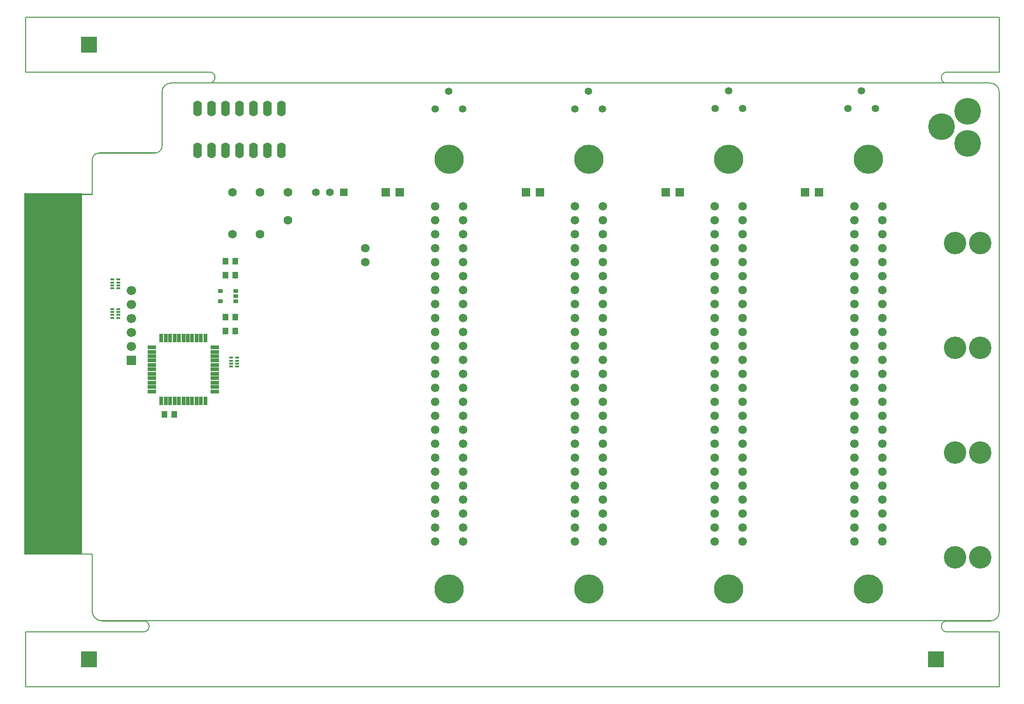
<source format=gbr>
G04 DesignSpark PCB PRO Gerber Version 10.0 Build 5299*
G04 #@! TF.Part,CustomerPanel*
G04 #@! TF.FileFunction,Soldermask,Top*
G04 #@! TF.FilePolarity,Negative*
%FSLAX35Y35*%
%MOIN*%
G04 #@! TA.AperFunction,ComponentPad*
%ADD164O,0.06200X0.11200*%
G04 #@! TA.AperFunction,SMDPad,CuDef*
%ADD155R,0.02562X0.06007*%
%ADD89R,0.04140X0.04530*%
G04 #@! TA.AperFunction,WasherPad*
%ADD146R,0.39371X2.57639*%
G04 #@! TA.AperFunction,TestPad*
%ADD148R,0.41339X2.58583*%
G04 #@! TA.AperFunction,ComponentPad*
%ADD168R,0.05515X0.05515*%
%ADD161R,0.06200X0.06200*%
%ADD135R,0.06696X0.06696*%
G04 #@! TA.AperFunction,WasherPad*
%ADD144R,0.11812X0.11812*%
G04 #@! TD.AperFunction*
%ADD17C,0.00500*%
G04 #@! TA.AperFunction,WasherPad*
%ADD85C,0.03938*%
G04 #@! TA.AperFunction,ComponentPad*
%ADD162C,0.05318*%
%ADD169C,0.05515*%
%ADD96C,0.06106*%
%ADD167C,0.06200*%
%ADD166C,0.06302*%
%ADD136C,0.06696*%
G04 #@! TA.AperFunction,SMDPad,CuDef*
%ADD160R,0.02562X0.01381*%
%ADD158R,0.02562X0.01775*%
%ADD139R,0.03743X0.02562*%
%ADD154R,0.06007X0.02562*%
%ADD152R,0.29728X0.06893*%
%ADD150R,0.35633X0.06893*%
G04 #@! TA.AperFunction,ComponentPad*
%ADD170C,0.16086*%
%ADD165C,0.19098*%
%ADD153C,0.20869*%
G04 #@! TD.AperFunction*
X0Y0D02*
D02*
D17*
X70241Y347533D02*
G75*
G02*
X75520Y352813I5280J0D01*
G01*
X117878D01*
Y377498D01*
G75*
G02*
X122878Y382498I5000J0D01*
G01*
X162878D01*
G75*
G03*
X167878Y387498I0J5000D01*
G01*
Y426248D01*
G75*
G02*
X174128Y432498I6250J0D01*
G01*
X760654D01*
G75*
G02*
X766904Y426248I0J-6250D01*
G01*
Y53748D01*
G75*
G02*
X760654Y47498I-6250J0D01*
G01*
X125146D01*
G75*
G02*
X117878Y54766I0J7268D01*
G01*
Y95175D01*
X75738D01*
G75*
G02*
X70241Y100672I0J5497D01*
G01*
Y347533D01*
D02*
D89*
X213403Y305037D03*
X220403D03*
X213403Y295037D03*
X220403D03*
X213403Y265037D03*
X220403D03*
X213403Y255037D03*
X220403D03*
X169653Y195356D03*
X176653D03*
D02*
D96*
X363153Y344211D03*
X383153D03*
X463153Y344188D03*
X483153D03*
X563154Y344188D03*
X583154D03*
X663154D03*
X683154D03*
X363153Y334211D03*
X383153D03*
X463153Y334188D03*
X483153D03*
X563154Y334188D03*
X583154D03*
X663154D03*
X683154D03*
X363153Y324211D03*
X383153D03*
X463153Y324188D03*
X483153D03*
X563154Y324188D03*
X583154D03*
X663154D03*
X683154D03*
X363153Y314211D03*
X383153D03*
X463153Y314188D03*
X483153D03*
X563154Y314188D03*
X583154D03*
X663154D03*
X683154D03*
X363153Y304211D03*
X383153D03*
X463153Y304188D03*
X483153D03*
X563154Y304188D03*
X583154D03*
X663154D03*
X683154D03*
X363153Y294211D03*
X383153D03*
X463153Y294188D03*
X483153D03*
X563154Y294188D03*
X583154D03*
X663154D03*
X683154D03*
X363153Y284211D03*
X383153D03*
X463153Y284188D03*
X483153D03*
X563154Y284188D03*
X583154D03*
X663154D03*
X683154D03*
X363153Y274211D03*
X383153D03*
X463153Y274188D03*
X483153D03*
X563154Y274188D03*
X583154D03*
X663154D03*
X683154D03*
X363153Y264211D03*
X383153D03*
X463153Y264188D03*
X483153D03*
X563154Y264188D03*
X583154D03*
X663154D03*
X683154D03*
X363153Y254211D03*
X383153D03*
X463153Y254188D03*
X483153D03*
X563154Y254188D03*
X583154D03*
X663154D03*
X683154D03*
X363153Y244211D03*
X383153D03*
X463153Y244188D03*
X483153D03*
X563154Y244188D03*
X583154D03*
X663154D03*
X683154D03*
X363153Y234211D03*
X383153D03*
X463153Y234188D03*
X483153D03*
X563154Y234188D03*
X583154D03*
X663154D03*
X683154D03*
X363153Y224211D03*
X383153D03*
X463153Y224188D03*
X483153D03*
X563154Y224188D03*
X583154D03*
X663154D03*
X683154D03*
X363153Y214211D03*
X383153D03*
X463153Y214188D03*
X483153D03*
X563154Y214188D03*
X583154D03*
X663154D03*
X683154D03*
X363153Y204211D03*
X383153D03*
X463153Y204188D03*
X483153D03*
X563154Y204188D03*
X583154D03*
X663154D03*
X683154D03*
X363153Y194211D03*
X383153D03*
X463153Y194188D03*
X483153D03*
X563154Y194188D03*
X583154D03*
X663154D03*
X683154D03*
X363153Y184211D03*
X383153D03*
X463153Y184188D03*
X483153D03*
X563154Y184188D03*
X583154D03*
X663154D03*
X683154D03*
X363153Y174211D03*
X383153D03*
X463153Y174188D03*
X483153D03*
X563154Y174188D03*
X583154D03*
X663154D03*
X683154D03*
X363153Y164211D03*
X383153D03*
X463153Y164188D03*
X483153D03*
X563154Y164188D03*
X583154D03*
X663154D03*
X683154D03*
X363153Y154211D03*
X383153D03*
X463153Y154188D03*
X483153D03*
X563154Y154188D03*
X583154D03*
X663154D03*
X683154D03*
X363153Y144211D03*
X383153D03*
X463153Y144188D03*
X483153D03*
X563154Y144188D03*
X583154D03*
X663154D03*
X683154D03*
X363153Y134211D03*
X383153D03*
X463153Y134188D03*
X483153D03*
X563154Y134188D03*
X583154D03*
X663154D03*
X683154D03*
X363153Y124211D03*
X383153D03*
X463153Y124188D03*
X483153D03*
X563154Y124188D03*
X583154D03*
X663154D03*
X683154D03*
X363153Y114211D03*
X383153D03*
X463153Y114188D03*
X483153D03*
X563154Y114188D03*
X583154D03*
X663154D03*
X683154D03*
X363153Y104211D03*
X383153D03*
X463153Y104188D03*
X483153D03*
X563154Y104188D03*
X583154D03*
X663154D03*
X683154D03*
D02*
D135*
X145906Y233859D03*
D02*
D136*
Y283859D03*
Y273859D03*
Y263859D03*
Y253859D03*
Y243859D03*
D02*
D146*
X89926Y223978D03*
D02*
D148*
X90076Y224435D03*
D02*
D150*
X92288Y343994D03*
Y333994D03*
Y323994D03*
Y303994D03*
Y293994D03*
Y283994D03*
Y273994D03*
Y263994D03*
Y253994D03*
Y243994D03*
Y233994D03*
Y223994D03*
Y213994D03*
Y203994D03*
Y193994D03*
Y183994D03*
Y173994D03*
Y163994D03*
Y153994D03*
Y143994D03*
Y133994D03*
Y123994D03*
Y113994D03*
Y103994D03*
D02*
D152*
X95241Y313994D03*
D02*
D153*
X373153Y377970D03*
X473153Y377948D03*
X573154Y377948D03*
X673154D03*
X373153Y70451D03*
X473153Y70428D03*
X573154Y70428D03*
X673154D03*
D02*
D155*
X167405Y250128D03*
X170555D03*
X173704D03*
X176854D03*
X180004D03*
X183153D03*
X186303D03*
X189452D03*
X192602D03*
X195752D03*
X198901D03*
X167405Y204947D03*
X170555D03*
X173704D03*
X176854D03*
X180004D03*
X183153D03*
X186303D03*
X189452D03*
X192602D03*
X195752D03*
X198901D03*
D02*
D154*
X160563Y243285D03*
X205744D03*
X160563Y240136D03*
X205744D03*
X160563Y236986D03*
X205744D03*
X160563Y233837D03*
X205744D03*
X160563Y230687D03*
X205744D03*
X160563Y227537D03*
X205744D03*
X160563Y224388D03*
X205744D03*
X160563Y221238D03*
X205744D03*
X160563Y218089D03*
X205744D03*
X160563Y214939D03*
X205744D03*
X160563Y211789D03*
X205744D03*
D02*
D139*
X209535Y283776D03*
X220558D03*
Y280036D03*
X209535Y276296D03*
X220558D03*
D02*
D158*
X132238Y291937D03*
X136569D03*
X132238Y285638D03*
X136569D03*
X132238Y270705D03*
X136569D03*
X132238Y264406D03*
X136569D03*
X217238Y235885D03*
X221569D03*
X217238Y229586D03*
X221569D03*
D02*
D160*
X132238Y289772D03*
X136569D03*
X132238Y287803D03*
X136569D03*
X132238Y268540D03*
X136569D03*
X132238Y266571D03*
X136569D03*
X217238Y233720D03*
X221569D03*
X217238Y231751D03*
X221569D03*
D02*
D161*
X327978Y354211D03*
X337978D03*
X428194D03*
X438194D03*
X528154D03*
X538154D03*
X628087D03*
X638087D03*
D02*
D162*
X573311Y426859D03*
X668311D03*
X373022Y426734D03*
X472989D03*
X563469Y414260D03*
X583154D03*
X658469D03*
X678154D03*
X363180Y414135D03*
X382865D03*
X463147D03*
X482832D03*
D02*
D164*
X193154Y414211D03*
X203154D03*
X213154D03*
X223154D03*
X233154D03*
X243154D03*
X253154D03*
X193154Y384211D03*
X203154D03*
X213154D03*
X223154D03*
X233154D03*
X243154D03*
X253154D03*
D02*
D165*
X744365Y412252D03*
X725467Y401228D03*
X744365Y389417D03*
D02*
D166*
X238077Y354254D03*
X258077D03*
Y334254D03*
X238077Y324254D03*
D02*
D167*
X218154Y354355D03*
Y324355D03*
X313154Y314211D03*
Y304211D03*
D02*
D168*
X298123Y354230D03*
D02*
D169*
X278123D03*
X288123D03*
D02*
D170*
X735437Y317912D03*
X753154D03*
X735437Y242961D03*
X753154D03*
X735437Y167961D03*
X753154D03*
X735437Y92961D03*
X753154D03*
D02*
D17*
X70241Y479742D02*
Y440372D01*
X202165D01*
G75*
G02*
X205807Y436730I0J-3642D01*
G01*
Y436644D01*
G75*
G02*
X201673Y432511I-4134J0D01*
G01*
X174250D01*
G75*
G03*
X167885Y426146I0J-6365D01*
G01*
Y387457D01*
G75*
G02*
X162893Y382465I-4992J0D01*
G01*
X122956D01*
G75*
G03*
X117839Y377348I0J-5117D01*
G01*
Y352886D01*
X75607D01*
G75*
G03*
X70241Y347520I0J-5367D01*
G01*
Y100534D01*
G75*
G03*
X75607Y95168I5367J0D01*
G01*
X117839D01*
Y54753D01*
G75*
G03*
X125098Y47493I7260J0D01*
G01*
X154934D01*
G75*
G02*
X158661Y43765I0J-3728D01*
G01*
Y43569D01*
G75*
G02*
X154713Y39620I-3948J0D01*
G01*
X70241D01*
Y250D01*
X766890D01*
Y39620D01*
X729342D01*
G75*
G02*
X725492Y43470I0J3850D01*
G01*
G75*
G02*
X729516Y47494I4024J0D01*
G01*
X760678D01*
G75*
G03*
X766890Y53706I0J6212D01*
G01*
Y426344D01*
G75*
G03*
X760736Y432498I-6154J0D01*
G01*
X729082D01*
G75*
G02*
X725492Y436088I0J3590D01*
G01*
G75*
G02*
X729776Y440372I3939J344D01*
G01*
X766831D01*
Y479742D01*
X70241D01*
D02*
D85*
X115516Y19935D03*
Y460057D03*
X721556Y19935D03*
D02*
D144*
X115516D03*
Y460057D03*
X721556Y19935D03*
X0Y0D02*
M02*

</source>
